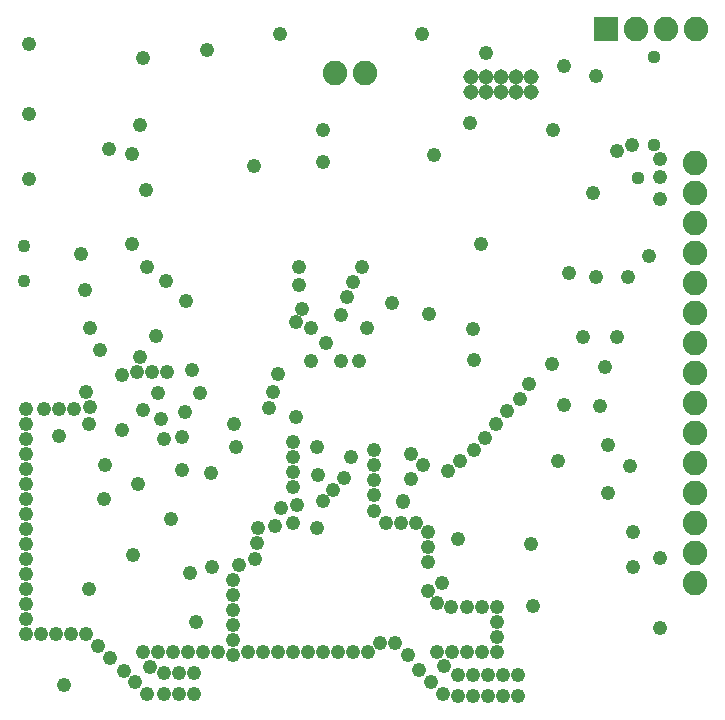
<source format=gbs>
G75*
%MOIN*%
%OFA0B0*%
%FSLAX25Y25*%
%IPPOS*%
%LPD*%
%AMOC8*
5,1,8,0,0,1.08239X$1,22.5*
%
%ADD10C,0.08200*%
%ADD11C,0.04343*%
%ADD12C,0.05162*%
%ADD13R,0.08200X0.08200*%
%ADD14C,0.04762*%
%ADD15C,0.04369*%
D10*
X0164300Y0255800D03*
X0174300Y0255800D03*
X0264600Y0270400D03*
X0274600Y0270400D03*
X0284600Y0270400D03*
X0284400Y0225800D03*
X0284400Y0215800D03*
X0284400Y0205800D03*
X0284400Y0195800D03*
X0284400Y0185800D03*
X0284400Y0175800D03*
X0284400Y0165800D03*
X0284400Y0155800D03*
X0284400Y0145800D03*
X0284400Y0135800D03*
X0284400Y0125800D03*
X0284400Y0115800D03*
X0284400Y0105800D03*
X0284400Y0095800D03*
X0284400Y0085800D03*
D11*
X0060500Y0186194D03*
X0060500Y0198006D03*
D12*
X0209500Y0249200D03*
X0209500Y0254200D03*
X0214500Y0254200D03*
X0214500Y0249200D03*
X0219500Y0249200D03*
X0219500Y0254200D03*
X0224500Y0254200D03*
X0224500Y0249200D03*
X0229500Y0249200D03*
X0229500Y0254200D03*
D13*
X0254600Y0270400D03*
D14*
X0061100Y0068500D03*
X0061100Y0073500D03*
X0061100Y0078500D03*
X0061100Y0083500D03*
X0061100Y0088500D03*
X0061100Y0093500D03*
X0061100Y0098500D03*
X0061100Y0103500D03*
X0061100Y0108500D03*
X0061100Y0113500D03*
X0061100Y0118500D03*
X0061100Y0123500D03*
X0061100Y0128500D03*
X0061100Y0133500D03*
X0061100Y0138500D03*
X0061100Y0143500D03*
X0067100Y0143500D03*
X0072100Y0143500D03*
X0077100Y0143500D03*
X0082500Y0144200D03*
X0081100Y0149400D03*
X0082100Y0138500D03*
X0072200Y0134700D03*
X0087600Y0125000D03*
X0087100Y0113500D03*
X0098600Y0118600D03*
X0109600Y0107100D03*
X0096800Y0094900D03*
X0082100Y0083500D03*
X0081100Y0068500D03*
X0076100Y0068500D03*
X0071100Y0068500D03*
X0066100Y0068500D03*
X0074000Y0051500D03*
X0085100Y0064500D03*
X0089100Y0060500D03*
X0093900Y0056300D03*
X0097600Y0052500D03*
X0101500Y0048800D03*
X0107100Y0048500D03*
X0112100Y0048500D03*
X0117100Y0048500D03*
X0117100Y0055500D03*
X0112100Y0055500D03*
X0107100Y0055500D03*
X0102600Y0057500D03*
X0100100Y0062500D03*
X0105100Y0062500D03*
X0110100Y0062500D03*
X0115100Y0062500D03*
X0120100Y0062500D03*
X0125100Y0062500D03*
X0130100Y0061500D03*
X0130100Y0066500D03*
X0130100Y0071500D03*
X0130100Y0076500D03*
X0130100Y0081500D03*
X0130100Y0086500D03*
X0132100Y0091500D03*
X0137600Y0093500D03*
X0138100Y0099000D03*
X0138600Y0104000D03*
X0144100Y0104500D03*
X0150100Y0105500D03*
X0151600Y0111500D03*
X0146100Y0110500D03*
X0150100Y0117500D03*
X0150100Y0122500D03*
X0150100Y0127500D03*
X0150100Y0132500D03*
X0151100Y0141000D03*
X0158100Y0131000D03*
X0158600Y0121500D03*
X0163600Y0116500D03*
X0160100Y0113000D03*
X0158100Y0104000D03*
X0167100Y0120500D03*
X0169600Y0127500D03*
X0177100Y0125000D03*
X0177100Y0120000D03*
X0177100Y0115000D03*
X0177100Y0109500D03*
X0181100Y0105500D03*
X0186100Y0105500D03*
X0191100Y0105500D03*
X0195100Y0102500D03*
X0195100Y0097500D03*
X0195100Y0092500D03*
X0199800Y0085800D03*
X0195100Y0083000D03*
X0198100Y0079000D03*
X0202900Y0077600D03*
X0208100Y0077500D03*
X0213100Y0077500D03*
X0218100Y0077500D03*
X0218100Y0072500D03*
X0218100Y0067500D03*
X0218100Y0062500D03*
X0213100Y0062500D03*
X0208100Y0062500D03*
X0203100Y0062500D03*
X0198100Y0062500D03*
X0200600Y0058000D03*
X0205100Y0055000D03*
X0210100Y0055000D03*
X0215100Y0055000D03*
X0220100Y0055000D03*
X0225100Y0055000D03*
X0225100Y0048100D03*
X0220100Y0048100D03*
X0215100Y0048100D03*
X0210100Y0048100D03*
X0205100Y0048100D03*
X0200100Y0048500D03*
X0196100Y0052500D03*
X0192100Y0056500D03*
X0188600Y0061500D03*
X0184100Y0065500D03*
X0179100Y0065500D03*
X0175100Y0062500D03*
X0170100Y0062500D03*
X0165100Y0062500D03*
X0160100Y0062500D03*
X0155100Y0062500D03*
X0150100Y0062500D03*
X0145100Y0062500D03*
X0140100Y0062500D03*
X0135100Y0062500D03*
X0118000Y0072800D03*
X0115800Y0088900D03*
X0123100Y0091000D03*
X0122800Y0122200D03*
X0113300Y0123300D03*
X0113200Y0134200D03*
X0107100Y0133700D03*
X0106200Y0140300D03*
X0114200Y0142600D03*
X0119100Y0149000D03*
X0116700Y0156500D03*
X0108100Y0156000D03*
X0103100Y0156000D03*
X0098100Y0156000D03*
X0093100Y0155000D03*
X0099300Y0161100D03*
X0104500Y0168000D03*
X0114500Y0179800D03*
X0107900Y0186300D03*
X0101700Y0191000D03*
X0096600Y0198600D03*
X0079600Y0195400D03*
X0080800Y0183400D03*
X0082600Y0170500D03*
X0086000Y0163300D03*
X0105100Y0149000D03*
X0100300Y0143400D03*
X0093200Y0136700D03*
X0130500Y0138600D03*
X0131100Y0131000D03*
X0142100Y0144000D03*
X0143700Y0149400D03*
X0145300Y0155200D03*
X0156100Y0159500D03*
X0161100Y0165500D03*
X0156100Y0170500D03*
X0151100Y0172500D03*
X0153100Y0177000D03*
X0152100Y0185000D03*
X0152100Y0191000D03*
X0170100Y0186000D03*
X0168100Y0181000D03*
X0166100Y0175000D03*
X0175000Y0170500D03*
X0183100Y0179000D03*
X0195700Y0175300D03*
X0210100Y0170300D03*
X0210600Y0159900D03*
X0228800Y0152000D03*
X0225800Y0147000D03*
X0221700Y0142900D03*
X0217900Y0138600D03*
X0214300Y0134100D03*
X0210700Y0129900D03*
X0205900Y0126400D03*
X0202000Y0123000D03*
X0193700Y0124900D03*
X0189700Y0128800D03*
X0189700Y0120200D03*
X0186800Y0112900D03*
X0186900Y0112800D03*
X0177100Y0130000D03*
X0205100Y0100200D03*
X0229600Y0098500D03*
X0230100Y0078100D03*
X0263600Y0091000D03*
X0272500Y0094000D03*
X0263600Y0102500D03*
X0255100Y0115500D03*
X0262600Y0124500D03*
X0255100Y0131500D03*
X0252600Y0144500D03*
X0240600Y0145000D03*
X0254100Y0157500D03*
X0258300Y0167600D03*
X0246800Y0167500D03*
X0236600Y0158500D03*
X0242200Y0189100D03*
X0251200Y0187700D03*
X0261800Y0187500D03*
X0268900Y0194500D03*
X0272600Y0213500D03*
X0272600Y0221000D03*
X0272600Y0227000D03*
X0263100Y0231500D03*
X0258100Y0229500D03*
X0250100Y0215500D03*
X0236800Y0236700D03*
X0251100Y0254700D03*
X0240500Y0258000D03*
X0214600Y0262200D03*
X0193400Y0268700D03*
X0209100Y0239000D03*
X0197200Y0228300D03*
X0212800Y0198600D03*
X0173100Y0191000D03*
X0172100Y0159500D03*
X0166100Y0159500D03*
X0101100Y0216500D03*
X0096500Y0228500D03*
X0088800Y0230400D03*
X0099100Y0238200D03*
X0100300Y0260600D03*
X0121700Y0263400D03*
X0146000Y0268600D03*
X0160100Y0236500D03*
X0160100Y0226000D03*
X0137100Y0224500D03*
X0062400Y0220300D03*
X0062400Y0242100D03*
X0062400Y0265300D03*
X0238600Y0126200D03*
X0272600Y0070500D03*
D15*
X0265100Y0220500D03*
X0270600Y0231500D03*
X0270600Y0261000D03*
M02*

</source>
